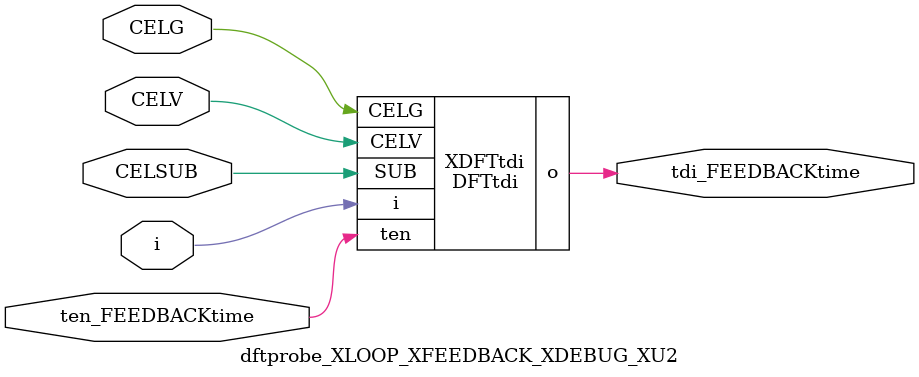
<source format=v>


module DFTtdi ( o, CELV, SUB, i, ten, CELG );

  input CELV;
  input ten;
  input i;
  output o;
  input CELG;
  input SUB;
endmodule


module dftprobe_XLOOP_XFEEDBACK_XDEBUG_XU2 (i,tdi_FEEDBACKtime,ten_FEEDBACKtime,CELG,CELSUB,CELV);
input  i;
output  tdi_FEEDBACKtime;
input  ten_FEEDBACKtime;
input  CELG;
input  CELSUB;
input  CELV;

DFTtdi XDFTtdi(
  .i (i),
  .o (tdi_FEEDBACKtime),
  .ten (ten_FEEDBACKtime),
  .CELG (CELG),
  .SUB (CELSUB),
  .CELV (CELV)
);

endmodule


</source>
